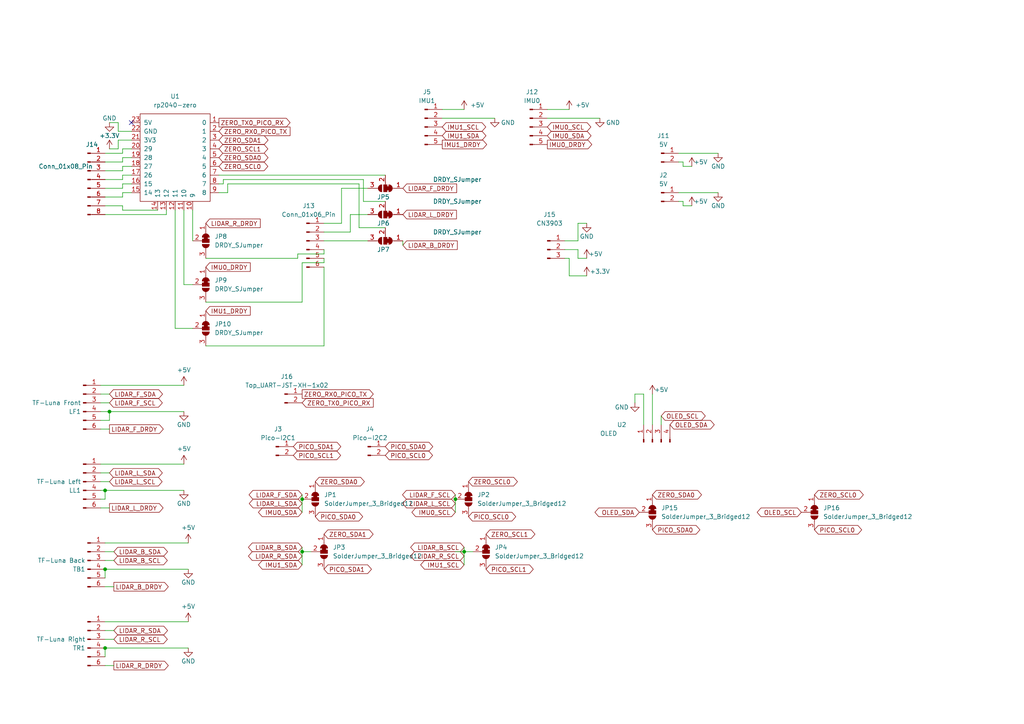
<source format=kicad_sch>
(kicad_sch (version 20230121) (generator eeschema)
  (paper "A4")
  (lib_symbols
    (symbol "Connector:Conn_01x02_Pin" (pin_names (offset 1.016) hide)
      (property "Reference" "J" (at 0 2.54 0))
      (property "Value" "Conn_01x02_Pin" (at 0 -5.08 0))
      (symbol "Conn_01x02_Pin_1_1"
        (polyline (pts (xy 1.27 -2.54) (xy 0.8636 -2.54)) (stroke (width 0.1524)))
        (polyline (pts (xy 1.27 0) (xy 0.8636 0)) (stroke (width 0.1524)))
        (rectangle (start 0.8636 -2.413) (end 0 -2.667) (stroke (width 0.1524)) (fill (type outline)))
        (rectangle (start 0.8636 0.127) (end 0 -0.127) (stroke (width 0.1524)) (fill (type outline)))
        (pin passive line (at 5.08 0 180) (length 3.81) (name "Pin_1") (number "1"))
        (pin passive line (at 5.08 -2.54 180) (length 3.81) (name "Pin_2") (number "2"))
      )
    )
    (symbol "Connector:Conn_01x03_Pin" (pin_names (offset 1.016) hide)
      (property "Reference" "J" (at 0 5.08 0))
      (property "Value" "Conn_01x03_Pin" (at 0 -5.08 0))
      (symbol "Conn_01x03_Pin_1_1"
        (polyline (pts (xy 1.27 -2.54) (xy 0.8636 -2.54)) (stroke (width 0.1524)))
        (polyline (pts (xy 1.27 0) (xy 0.8636 0)) (stroke (width 0.1524)))
        (polyline (pts (xy 1.27 2.54) (xy 0.8636 2.54)) (stroke (width 0.1524)))
        (rectangle (start 0.8636 -2.413) (end 0 -2.667) (stroke (width 0.1524)) (fill (type outline)))
        (rectangle (start 0.8636 0.127) (end 0 -0.127) (stroke (width 0.1524)) (fill (type outline)))
        (rectangle (start 0.8636 2.667) (end 0 2.413) (stroke (width 0.1524)) (fill (type outline)))
        (pin passive line (at 5.08 2.54 180) (length 3.81) (name "Pin_1") (number "1"))
        (pin passive line (at 5.08 0 180) (length 3.81) (name "Pin_2") (number "2"))
        (pin passive line (at 5.08 -2.54 180) (length 3.81) (name "Pin_3") (number "3"))
      )
    )
    (symbol "Connector:Conn_01x04_Pin" (pin_names (offset 1.016) hide)
      (property "Reference" "J" (at 0 5.08 0))
      (property "Value" "Conn_01x04_Pin" (at 0 -7.62 0))
      (symbol "Conn_01x04_Pin_1_1"
        (polyline (pts (xy 1.27 -5.08) (xy 0.8636 -5.08)) (stroke (width 0.1524)))
        (polyline (pts (xy 1.27 -2.54) (xy 0.8636 -2.54)) (stroke (width 0.1524)))
        (polyline (pts (xy 1.27 0) (xy 0.8636 0)) (stroke (width 0.1524)))
        (polyline (pts (xy 1.27 2.54) (xy 0.8636 2.54)) (stroke (width 0.1524)))
        (rectangle (start 0.8636 -4.953) (end 0 -5.207) (stroke (width 0.1524)) (fill (type outline)))
        (rectangle (start 0.8636 -2.413) (end 0 -2.667) (stroke (width 0.1524)) (fill (type outline)))
        (rectangle (start 0.8636 0.127) (end 0 -0.127) (stroke (width 0.1524)) (fill (type outline)))
        (rectangle (start 0.8636 2.667) (end 0 2.413) (stroke (width 0.1524)) (fill (type outline)))
        (pin passive line (at 5.08 2.54 180) (length 3.81) (name "Pin_1") (number "1"))
        (pin passive line (at 5.08 0 180) (length 3.81) (name "Pin_2") (number "2"))
        (pin passive line (at 5.08 -2.54 180) (length 3.81) (name "Pin_3") (number "3"))
        (pin passive line (at 5.08 -5.08 180) (length 3.81) (name "Pin_4") (number "4"))
      )
    )
    (symbol "Connector:Conn_01x05_Pin" (pin_names (offset 1.016) hide)
      (property "Reference" "J" (at 0 7.62 0))
      (property "Value" "Conn_01x05_Pin" (at 0 -7.62 0))
      (symbol "Conn_01x05_Pin_1_1"
        (polyline (pts (xy 1.27 -5.08) (xy 0.8636 -5.08)) (stroke (width 0.1524)))
        (polyline (pts (xy 1.27 -2.54) (xy 0.8636 -2.54)) (stroke (width 0.1524)))
        (polyline (pts (xy 1.27 0) (xy 0.8636 0)) (stroke (width 0.1524)))
        (polyline (pts (xy 1.27 2.54) (xy 0.8636 2.54)) (stroke (width 0.1524)))
        (polyline (pts (xy 1.27 5.08) (xy 0.8636 5.08)) (stroke (width 0.1524)))
        (rectangle (start 0.8636 -4.953) (end 0 -5.207) (stroke (width 0.1524)) (fill (type outline)))
        (rectangle (start 0.8636 -2.413) (end 0 -2.667) (stroke (width 0.1524)) (fill (type outline)))
        (rectangle (start 0.8636 0.127) (end 0 -0.127) (stroke (width 0.1524)) (fill (type outline)))
        (rectangle (start 0.8636 2.667) (end 0 2.413) (stroke (width 0.1524)) (fill (type outline)))
        (rectangle (start 0.8636 5.207) (end 0 4.953) (stroke (width 0.1524)) (fill (type outline)))
        (pin passive line (at 5.08 5.08 180) (length 3.81) (name "Pin_1") (number "1"))
        (pin passive line (at 5.08 2.54 180) (length 3.81) (name "Pin_2") (number "2"))
        (pin passive line (at 5.08 0 180) (length 3.81) (name "Pin_3") (number "3"))
        (pin passive line (at 5.08 -2.54 180) (length 3.81) (name "Pin_4") (number "4"))
        (pin passive line (at 5.08 -5.08 180) (length 3.81) (name "Pin_5") (number "5"))
      )
    )
    (symbol "Connector:Conn_01x06_Pin" (pin_names (offset 1.016) hide)
      (property "Reference" "J" (at 0 7.62 0))
      (property "Value" "Conn_01x06_Pin" (at 0 -10.16 0))
      (symbol "Conn_01x06_Pin_1_1"
        (polyline (pts (xy 1.27 -7.62) (xy 0.8636 -7.62)) (stroke (width 0.1524)))
        (polyline (pts (xy 1.27 -5.08) (xy 0.8636 -5.08)) (stroke (width 0.1524)))
        (polyline (pts (xy 1.27 -2.54) (xy 0.8636 -2.54)) (stroke (width 0.1524)))
        (polyline (pts (xy 1.27 0) (xy 0.8636 0)) (stroke (width 0.1524)))
        (polyline (pts (xy 1.27 2.54) (xy 0.8636 2.54)) (stroke (width 0.1524)))
        (polyline (pts (xy 1.27 5.08) (xy 0.8636 5.08)) (stroke (width 0.1524)))
        (rectangle (start 0.8636 -7.493) (end 0 -7.747) (stroke (width 0.1524)) (fill (type outline)))
        (rectangle (start 0.8636 -4.953) (end 0 -5.207) (stroke (width 0.1524)) (fill (type outline)))
        (rectangle (start 0.8636 -2.413) (end 0 -2.667) (stroke (width 0.1524)) (fill (type outline)))
        (rectangle (start 0.8636 0.127) (end 0 -0.127) (stroke (width 0.1524)) (fill (type outline)))
        (rectangle (start 0.8636 2.667) (end 0 2.413) (stroke (width 0.1524)) (fill (type outline)))
        (rectangle (start 0.8636 5.207) (end 0 4.953) (stroke (width 0.1524)) (fill (type outline)))
        (pin passive line (at 5.08 5.08 180) (length 3.81) (name "Pin_1") (number "1"))
        (pin passive line (at 5.08 2.54 180) (length 3.81) (name "Pin_2") (number "2"))
        (pin passive line (at 5.08 0 180) (length 3.81) (name "Pin_3") (number "3"))
        (pin passive line (at 5.08 -2.54 180) (length 3.81) (name "Pin_4") (number "4"))
        (pin passive line (at 5.08 -5.08 180) (length 3.81) (name "Pin_5") (number "5"))
        (pin passive line (at 5.08 -7.62 180) (length 3.81) (name "Pin_6") (number "6"))
      )
    )
    (symbol "Connector:Conn_01x08_Pin" (pin_names (offset 1.016) hide)
      (property "Reference" "J" (at 0 10.16 0))
      (property "Value" "Conn_01x08_Pin" (at 0 -12.7 0))
      (symbol "Conn_01x08_Pin_1_1"
        (polyline (pts (xy 1.27 -10.16) (xy 0.8636 -10.16)) (stroke (width 0.1524)))
        (polyline (pts (xy 1.27 -7.62) (xy 0.8636 -7.62)) (stroke (width 0.1524)))
        (polyline (pts (xy 1.27 -5.08) (xy 0.8636 -5.08)) (stroke (width 0.1524)))
        (polyline (pts (xy 1.27 -2.54) (xy 0.8636 -2.54)) (stroke (width 0.1524)))
        (polyline (pts (xy 1.27 0) (xy 0.8636 0)) (stroke (width 0.1524)))
        (polyline (pts (xy 1.27 2.54) (xy 0.8636 2.54)) (stroke (width 0.1524)))
        (polyline (pts (xy 1.27 5.08) (xy 0.8636 5.08)) (stroke (width 0.1524)))
        (polyline (pts (xy 1.27 7.62) (xy 0.8636 7.62)) (stroke (width 0.1524)))
        (rectangle (start 0.8636 -10.033) (end 0 -10.287) (stroke (width 0.1524)) (fill (type outline)))
        (rectangle (start 0.8636 -7.493) (end 0 -7.747) (stroke (width 0.1524)) (fill (type outline)))
        (rectangle (start 0.8636 -4.953) (end 0 -5.207) (stroke (width 0.1524)) (fill (type outline)))
        (rectangle (start 0.8636 -2.413) (end 0 -2.667) (stroke (width 0.1524)) (fill (type outline)))
        (rectangle (start 0.8636 0.127) (end 0 -0.127) (stroke (width 0.1524)) (fill (type outline)))
        (rectangle (start 0.8636 2.667) (end 0 2.413) (stroke (width 0.1524)) (fill (type outline)))
        (rectangle (start 0.8636 5.207) (end 0 4.953) (stroke (width 0.1524)) (fill (type outline)))
        (rectangle (start 0.8636 7.747) (end 0 7.493) (stroke (width 0.1524)) (fill (type outline)))
        (pin passive line (at 5.08 7.62 180) (length 3.81) (name "Pin_1") (number "1"))
        (pin passive line (at 5.08 5.08 180) (length 3.81) (name "Pin_2") (number "2"))
        (pin passive line (at 5.08 2.54 180) (length 3.81) (name "Pin_3") (number "3"))
        (pin passive line (at 5.08 0 180) (length 3.81) (name "Pin_4") (number "4"))
        (pin passive line (at 5.08 -2.54 180) (length 3.81) (name "Pin_5") (number "5"))
        (pin passive line (at 5.08 -5.08 180) (length 3.81) (name "Pin_6") (number "6"))
        (pin passive line (at 5.08 -7.62 180) (length 3.81) (name "Pin_7") (number "7"))
        (pin passive line (at 5.08 -10.16 180) (length 3.81) (name "Pin_8") (number "8"))
      )
    )
    (symbol "Jumper:SolderJumper_3_Bridged12" (pin_names (offset 0) hide)
      (property "Reference" "JP" (at -2.54 -2.54 0))
      (property "Value" "SolderJumper_3_Bridged12" (at 0 2.794 0))
      (symbol "SolderJumper_3_Bridged12_0_1"
        (rectangle (start -1.016 0.508) (end -0.508 -0.508) (fill (type outline)))
        (arc (start -1.016 1.016) (mid -2.0276 0) (end -1.016 -1.016))
        (arc (start -1.016 1.016) (mid -2.0276 0) (end -1.016 -1.016) (fill (type outline)))
        (rectangle (start -0.508 1.016) (end 0.508 -1.016) (fill (type outline)))
        (polyline (pts (xy -2.54 0) (xy -2.032 0)))
        (polyline (pts (xy -1.016 1.016) (xy -1.016 -1.016)))
        (polyline (pts (xy 0 -1.27) (xy 0 -1.016)))
        (polyline (pts (xy 1.016 1.016) (xy 1.016 -1.016)))
        (polyline (pts (xy 2.54 0) (xy 2.032 0)))
        (arc (start 1.016 -1.016) (mid 2.0276 0) (end 1.016 1.016))
        (arc (start 1.016 -1.016) (mid 2.0276 0) (end 1.016 1.016) (fill (type outline)))
      )
      (symbol "SolderJumper_3_Bridged12_1_1"
        (pin passive line (at -5.08 0 0) (length 2.54) (name "A") (number "1"))
        (pin passive line (at 0 -3.81 90) (length 2.54) (name "C") (number "2"))
        (pin passive line (at 5.08 0 180) (length 2.54) (name "B") (number "3"))
      )
    )
    (symbol "mcu:rp2040-zero" (pin_names (offset 1.016))
      (property "Reference" "U" (at 0 15.24 0))
      (property "Value" "rp2040-zero" (at 0 12.7 0))
      (symbol "rp2040-zero_0_1"
        (rectangle (start -10.16 11.43) (end 10.16 -13.97))
      )
      (symbol "rp2040-zero_1_1"
        (pin bidirectional line (at 12.7 8.89 180) (length 2.54) (name "0") (number "1"))
        (pin bidirectional line (at 5.08 -16.51 90) (length 2.54) (name "9") (number "10"))
        (pin bidirectional line (at 2.54 -16.51 90) (length 2.54) (name "10") (number "11"))
        (pin bidirectional line (at 0 -16.51 90) (length 2.54) (name "11") (number "12"))
        (pin bidirectional line (at -2.54 -16.51 90) (length 2.54) (name "12") (number "13"))
        (pin bidirectional line (at -5.08 -16.51 90) (length 2.54) (name "13") (number "14"))
        (pin bidirectional line (at -12.7 -11.43 0) (length 2.54) (name "14") (number "15"))
        (pin bidirectional line (at -12.7 -8.89 0) (length 2.54) (name "15") (number "16"))
        (pin bidirectional line (at -12.7 -6.35 0) (length 2.54) (name "26") (number "17"))
        (pin bidirectional line (at -12.7 -3.81 0) (length 2.54) (name "27") (number "18"))
        (pin bidirectional line (at -12.7 -1.27 0) (length 2.54) (name "28") (number "19"))
        (pin bidirectional line (at 12.7 6.35 180) (length 2.54) (name "1") (number "2"))
        (pin bidirectional line (at -12.7 1.27 0) (length 2.54) (name "29") (number "20"))
        (pin power_out line (at -12.7 3.81 0) (length 2.54) (name "3V3") (number "21"))
        (pin power_out line (at -12.7 6.35 0) (length 2.54) (name "GND") (number "22"))
        (pin power_out line (at -12.7 8.89 0) (length 2.54) (name "5V") (number "23"))
        (pin bidirectional line (at 12.7 3.81 180) (length 2.54) (name "2") (number "3"))
        (pin bidirectional line (at 12.7 1.27 180) (length 2.54) (name "3") (number "4"))
        (pin bidirectional line (at 12.7 -1.27 180) (length 2.54) (name "4") (number "5"))
        (pin bidirectional line (at 12.7 -3.81 180) (length 2.54) (name "5") (number "6"))
        (pin bidirectional line (at 12.7 -6.35 180) (length 2.54) (name "6") (number "7"))
        (pin bidirectional line (at 12.7 -8.89 180) (length 2.54) (name "7") (number "8"))
        (pin bidirectional line (at 12.7 -11.43 180) (length 2.54) (name "8") (number "9"))
      )
    )
    (symbol "power:+3.3V" (power) (pin_names (offset 0))
      (property "Value" "+3.3V" (at 0 3.556 0))
      (symbol "+3.3V_0_1"
        (polyline (pts (xy -0.762 1.27) (xy 0 2.54)))
        (polyline (pts (xy 0 0) (xy 0 2.54)))
        (polyline (pts (xy 0 2.54) (xy 0.762 1.27)))
      )
      (symbol "+3.3V_1_1"
        (pin power_in line (at 0 0 90) (length 0) hide (name "+3.3V") (number "1"))
      )
    )
    (symbol "power:+5V" (power) (pin_names (offset 0))
      (property "Value" "+5V" (at 0 3.556 0))
      (symbol "+5V_0_1"
        (polyline (pts (xy -0.762 1.27) (xy 0 2.54)))
        (polyline (pts (xy 0 0) (xy 0 2.54)))
        (polyline (pts (xy 0 2.54) (xy 0.762 1.27)))
      )
      (symbol "+5V_1_1"
        (pin power_in line (at 0 0 90) (length 0) hide (name "+5V") (number "1"))
      )
    )
    (symbol "power:GND" (power) (pin_names (offset 0))
      (property "Value" "GND" (at 0 -3.81 0))
      (symbol "GND_0_1"
        (polyline (pts (xy 0 0) (xy 0 -1.27) (xy 1.27 -1.27) (xy 0 -2.54) (xy -1.27 -1.27) (xy 0 -1.27)))
      )
      (symbol "GND_1_1"
        (pin power_in line (at 0 0 270) (length 0) hide (name "GND") (number "1"))
      )
    )
  )
  (junction (at 30.48 142.24))
  (junction (at 134.62 160.02))
  (junction (at 31.75 119.38))
  (junction (at 87.63 160.02))
  (junction (at 30.48 165.1))
  (junction (at 87.63 144.78))
  (junction (at 132.08 144.78))
  (junction (at 30.48 187.96))
  (no_connect (at 38.1 35.56))
  (wire (pts (xy 158.75 31.75) (xy 165.1 31.75)))
  (wire (pts (xy 34.29 40.64) (xy 38.1 40.64)))
  (wire (pts (xy 29.21 111.76) (xy 53.34 111.76)))
  (wire (pts (xy 184.15 116.84) (xy 184.15 114.3)))
  (wire (pts (xy 105.41 58.42) (xy 111.76 58.42)))
  (wire (pts (xy 30.48 144.78) (xy 30.48 142.24)))
  (wire (pts (xy 128.27 31.75) (xy 134.62 31.75)))
  (wire (pts (xy 30.48 54.61) (xy 35.56 54.61)))
  (wire (pts (xy 106.68 54.61) (xy 99.06 54.61)))
  (wire (pts (xy 93.98 73.66) (xy 93.98 72.39)))
  (wire (pts (xy 63.5 50.8) (xy 111.76 50.8)))
  (wire (pts (xy 35.56 57.15) (xy 30.48 57.15)))
  (wire (pts (xy 87.63 160.02) (xy 87.63 163.83)))
  (wire (pts (xy 30.48 62.23) (xy 48.26 62.23)))
  (wire (pts (xy 30.48 46.99) (xy 35.56 46.99)))
  (wire (pts (xy 38.1 50.8) (xy 35.56 50.8)))
  (wire (pts (xy 30.48 44.45) (xy 35.56 44.45)))
  (wire (pts (xy 196.85 44.45) (xy 208.28 44.45)))
  (wire (pts (xy 30.48 193.04) (xy 33.02 193.04)))
  (wire (pts (xy 191.77 120.65) (xy 191.77 123.19)))
  (wire (pts (xy 30.48 157.48) (xy 54.61 157.48)))
  (wire (pts (xy 134.62 158.75) (xy 134.62 160.02)))
  (wire (pts (xy 64.77 52.07) (xy 64.77 53.34)))
  (wire (pts (xy 35.56 43.18) (xy 38.1 43.18)))
  (wire (pts (xy 34.29 38.1) (xy 38.1 38.1)))
  (wire (pts (xy 35.56 45.72) (xy 35.56 46.99)))
  (wire (pts (xy 132.08 143.51) (xy 132.08 144.78)))
  (wire (pts (xy 30.48 49.53) (xy 35.56 49.53)))
  (wire (pts (xy 132.08 144.78) (xy 132.08 148.59)))
  (wire (pts (xy 87.63 87.63) (xy 87.63 76.2)))
  (wire (pts (xy 29.21 114.3) (xy 31.75 114.3)))
  (wire (pts (xy 50.8 95.25) (xy 55.88 95.25)))
  (wire (pts (xy 30.48 59.69) (xy 35.56 59.69)))
  (wire (pts (xy 29.21 137.16) (xy 31.75 137.16)))
  (wire (pts (xy 87.63 76.2) (xy 93.98 76.2)))
  (wire (pts (xy 137.16 160.02) (xy 134.62 160.02)))
  (wire (pts (xy 30.48 180.34) (xy 54.61 180.34)))
  (wire (pts (xy 35.56 44.45) (xy 35.56 43.18)))
  (wire (pts (xy 86.36 73.66) (xy 93.98 73.66)))
  (wire (pts (xy 104.14 53.34) (xy 104.14 66.04)))
  (wire (pts (xy 93.98 100.33) (xy 93.98 77.47)))
  (wire (pts (xy 30.48 167.64) (xy 30.48 165.1)))
  (wire (pts (xy 38.1 45.72) (xy 35.56 45.72)))
  (wire (pts (xy 64.77 53.34) (xy 63.5 53.34)))
  (wire (pts (xy 99.06 64.77) (xy 93.98 64.77)))
  (wire (pts (xy 30.48 187.96) (xy 54.61 187.96)))
  (wire (pts (xy 35.56 60.96) (xy 45.72 60.96)))
  (wire (pts (xy 128.27 34.29) (xy 143.51 34.29)))
  (wire (pts (xy 93.98 69.85) (xy 106.68 69.85)))
  (wire (pts (xy 66.04 53.34) (xy 104.14 53.34)))
  (wire (pts (xy 104.14 66.04) (xy 111.76 66.04)))
  (wire (pts (xy 90.17 160.02) (xy 87.63 160.02)))
  (wire (pts (xy 196.85 58.42) (xy 198.12 58.42)))
  (wire (pts (xy 31.75 119.38) (xy 53.34 119.38)))
  (wire (pts (xy 29.21 119.38) (xy 31.75 119.38)))
  (wire (pts (xy 198.12 48.26) (xy 200.66 48.26)))
  (wire (pts (xy 30.48 182.88) (xy 33.02 182.88)))
  (wire (pts (xy 87.63 158.75) (xy 87.63 160.02)))
  (wire (pts (xy 86.36 74.93) (xy 86.36 73.66)))
  (wire (pts (xy 59.69 74.93) (xy 86.36 74.93)))
  (wire (pts (xy 165.1 80.01) (xy 165.1 74.93)))
  (wire (pts (xy 48.26 60.96) (xy 48.26 62.23)))
  (wire (pts (xy 87.63 143.51) (xy 87.63 144.78)))
  (wire (pts (xy 101.6 67.31) (xy 93.98 67.31)))
  (wire (pts (xy 198.12 59.69) (xy 200.66 59.69)))
  (wire (pts (xy 29.21 144.78) (xy 30.48 144.78)))
  (wire (pts (xy 35.56 53.34) (xy 35.56 54.61)))
  (wire (pts (xy 34.29 35.56) (xy 34.29 38.1)))
  (wire (pts (xy 196.85 46.99) (xy 198.12 46.99)))
  (wire (pts (xy 55.88 60.96) (xy 55.88 69.85)))
  (wire (pts (xy 87.63 144.78) (xy 87.63 148.59)))
  (wire (pts (xy 99.06 54.61) (xy 99.06 64.77)))
  (wire (pts (xy 66.04 55.88) (xy 66.04 53.34)))
  (wire (pts (xy 167.64 74.93) (xy 167.64 72.39)))
  (wire (pts (xy 167.64 64.77) (xy 170.18 64.77)))
  (wire (pts (xy 64.77 52.07) (xy 105.41 52.07)))
  (wire (pts (xy 167.64 64.77) (xy 167.64 69.85)))
  (wire (pts (xy 167.64 74.93) (xy 170.18 74.93)))
  (wire (pts (xy 31.75 35.56) (xy 34.29 35.56)))
  (wire (pts (xy 30.48 162.56) (xy 33.02 162.56)))
  (wire (pts (xy 196.85 55.88) (xy 208.28 55.88)))
  (wire (pts (xy 31.75 43.18) (xy 34.29 43.18)))
  (wire (pts (xy 29.21 139.7) (xy 31.75 139.7)))
  (wire (pts (xy 35.56 59.69) (xy 35.56 60.96)))
  (wire (pts (xy 30.48 142.24) (xy 53.34 142.24)))
  (wire (pts (xy 165.1 74.93) (xy 163.83 74.93)))
  (wire (pts (xy 186.69 114.3) (xy 186.69 123.19)))
  (wire (pts (xy 35.56 55.88) (xy 35.56 57.15)))
  (wire (pts (xy 30.48 165.1) (xy 54.61 165.1)))
  (wire (pts (xy 31.75 121.92) (xy 31.75 119.38)))
  (wire (pts (xy 116.84 69.85) (xy 116.84 71.12)))
  (wire (pts (xy 38.1 53.34) (xy 35.56 53.34)))
  (wire (pts (xy 189.23 123.19) (xy 189.23 114.3)))
  (wire (pts (xy 30.48 170.18) (xy 33.02 170.18)))
  (wire (pts (xy 50.8 60.96) (xy 50.8 95.25)))
  (wire (pts (xy 30.48 187.96) (xy 30.48 190.5)))
  (wire (pts (xy 167.64 72.39) (xy 163.83 72.39)))
  (wire (pts (xy 165.1 80.01) (xy 170.18 80.01)))
  (wire (pts (xy 93.98 76.2) (xy 93.98 74.93)))
  (wire (pts (xy 53.34 60.96) (xy 53.34 82.55)))
  (wire (pts (xy 59.69 87.63) (xy 87.63 87.63)))
  (wire (pts (xy 29.21 116.84) (xy 31.75 116.84)))
  (wire (pts (xy 105.41 52.07) (xy 105.41 58.42)))
  (wire (pts (xy 29.21 121.92) (xy 31.75 121.92)))
  (wire (pts (xy 101.6 62.23) (xy 101.6 67.31)))
  (wire (pts (xy 29.21 147.32) (xy 31.75 147.32)))
  (wire (pts (xy 59.69 100.33) (xy 93.98 100.33)))
  (wire (pts (xy 106.68 62.23) (xy 101.6 62.23)))
  (wire (pts (xy 30.48 185.42) (xy 33.02 185.42)))
  (wire (pts (xy 38.1 48.26) (xy 35.56 48.26)))
  (wire (pts (xy 29.21 134.62) (xy 53.34 134.62)))
  (wire (pts (xy 29.21 124.46) (xy 31.75 124.46)))
  (wire (pts (xy 184.15 114.3) (xy 186.69 114.3)))
  (wire (pts (xy 35.56 48.26) (xy 35.56 49.53)))
  (wire (pts (xy 134.62 160.02) (xy 132.08 160.02)))
  (wire (pts (xy 198.12 46.99) (xy 198.12 48.26)))
  (wire (pts (xy 198.12 58.42) (xy 198.12 59.69)))
  (wire (pts (xy 35.56 55.88) (xy 38.1 55.88)))
  (wire (pts (xy 35.56 50.8) (xy 35.56 52.07)))
  (wire (pts (xy 29.21 142.24) (xy 30.48 142.24)))
  (wire (pts (xy 158.75 34.29) (xy 173.99 34.29)))
  (wire (pts (xy 34.29 43.18) (xy 34.29 40.64)))
  (wire (pts (xy 53.34 82.55) (xy 55.88 82.55)))
  (wire (pts (xy 167.64 69.85) (xy 163.83 69.85)))
  (wire (pts (xy 63.5 55.88) (xy 66.04 55.88)))
  (wire (pts (xy 134.62 160.02) (xy 134.62 163.83)))
  (wire (pts (xy 30.48 160.02) (xy 33.02 160.02)))
  (wire (pts (xy 30.48 52.07) (xy 35.56 52.07)))
  (global_label "OLED_SCL" (shape bidirectional) (at 232.41 148.59 180) (property "Intersheetrefs" "${INTERSHEET_REFS}" (effects hide)))
  (global_label "IMU1_SDA" (shape bidirectional) (at 128.27 39.37 0) (property "Intersheetrefs" "${INTERSHEET_REFS}" (effects hide)))
  (global_label "ZERO_TX0_PICO_RX" (shape output) (at 63.5 35.56 0) (property "Intersheetrefs" "${INTERSHEET_REFS}" (effects hide)))
  (global_label "LIDAR_F_DRDY" (shape input) (at 116.84 54.61 0) (property "Intersheetrefs" "${INTERSHEET_REFS}" (effects hide)))
  (global_label "LIDAR_L_SCL" (shape bidirectional) (at 31.75 139.7 0) (property "Intersheetrefs" "${INTERSHEET_REFS}" (effects hide)))
  (global_label "ZERO_SDA1" (shape bidirectional) (at 93.98 154.94 0) (property "Intersheetrefs" "${INTERSHEET_REFS}" (effects hide)))
  (global_label "ZERO_SDA0" (shape bidirectional) (at 63.5 45.72 0) (property "Intersheetrefs" "${INTERSHEET_REFS}" (effects hide)))
  (global_label "IMU0_SDA" (shape bidirectional) (at 158.75 39.37 0) (property "Intersheetrefs" "${INTERSHEET_REFS}" (effects hide)))
  (global_label "PICO_SCL0" (shape bidirectional) (at 236.22 153.67 0) (property "Intersheetrefs" "${INTERSHEET_REFS}" (effects hide)))
  (global_label "PICO_SDA0" (shape bidirectional) (at 189.23 153.67 0) (property "Intersheetrefs" "${INTERSHEET_REFS}" (effects hide)))
  (global_label "LIDAR_R_SDA" (shape bidirectional) (at 87.63 161.29 180) (property "Intersheetrefs" "${INTERSHEET_REFS}" (effects hide)))
  (global_label "LIDAR_B_DRDY" (shape input) (at 116.84 71.12 0) (property "Intersheetrefs" "${INTERSHEET_REFS}" (effects hide)))
  (global_label "LIDAR_F_DRDY" (shape output) (at 31.75 124.46 0) (property "Intersheetrefs" "${INTERSHEET_REFS}" (effects hide)))
  (global_label "IMU0_DRDY" (shape output) (at 158.75 41.91 0) (property "Intersheetrefs" "${INTERSHEET_REFS}" (effects hide)))
  (global_label "PICO_SDA0" (shape bidirectional) (at 111.76 129.54 0) (property "Intersheetrefs" "${INTERSHEET_REFS}" (effects hide)))
  (global_label "OLED_SDA" (shape bidirectional) (at 194.31 123.19 0) (property "Intersheetrefs" "${INTERSHEET_REFS}" (effects hide)))
  (global_label "IMU0_DRDY" (shape input) (at 59.69 77.47 0) (property "Intersheetrefs" "${INTERSHEET_REFS}" (effects hide)))
  (global_label "PICO_SDA1" (shape bidirectional) (at 85.09 129.54 0) (property "Intersheetrefs" "${INTERSHEET_REFS}" (effects hide)))
  (global_label "LIDAR_B_DRDY" (shape output) (at 33.02 170.18 0) (property "Intersheetrefs" "${INTERSHEET_REFS}" (effects hide)))
  (global_label "ZERO_SDA1" (shape bidirectional) (at 63.5 40.64 0) (property "Intersheetrefs" "${INTERSHEET_REFS}" (effects hide)))
  (global_label "LIDAR_R_DRDY" (shape input) (at 59.69 64.77 0) (property "Intersheetrefs" "${INTERSHEET_REFS}" (effects hide)))
  (global_label "LIDAR_R_SDA" (shape bidirectional) (at 33.02 182.88 0) (property "Intersheetrefs" "${INTERSHEET_REFS}" (effects hide)))
  (global_label "PICO_SCL1" (shape bidirectional) (at 85.09 132.08 0) (property "Intersheetrefs" "${INTERSHEET_REFS}" (effects hide)))
  (global_label "IMU1_SDA" (shape bidirectional) (at 87.63 163.83 180) (property "Intersheetrefs" "${INTERSHEET_REFS}" (effects hide)))
  (global_label "LIDAR_R_DRDY" (shape output) (at 33.02 193.04 0) (property "Intersheetrefs" "${INTERSHEET_REFS}" (effects hide)))
  (global_label "ZERO_SCL0" (shape bidirectional) (at 236.22 143.51 0) (property "Intersheetrefs" "${INTERSHEET_REFS}" (effects hide)))
  (global_label "LIDAR_R_SCL" (shape bidirectional) (at 33.02 185.42 0) (property "Intersheetrefs" "${INTERSHEET_REFS}" (effects hide)))
  (global_label "LIDAR_F_SCL" (shape bidirectional) (at 31.75 116.84 0) (property "Intersheetrefs" "${INTERSHEET_REFS}" (effects hide)))
  (global_label "IMU0_SDA" (shape bidirectional) (at 87.63 148.59 180) (property "Intersheetrefs" "${INTERSHEET_REFS}" (effects hide)))
  (global_label "IMU0_SCL" (shape bidirectional) (at 132.08 148.59 180) (property "Intersheetrefs" "${INTERSHEET_REFS}" (effects hide)))
  (global_label "LIDAR_L_DRDY" (shape output) (at 31.75 147.32 0) (property "Intersheetrefs" "${INTERSHEET_REFS}" (effects hide)))
  (global_label "ZERO_SCL0" (shape bidirectional) (at 135.89 139.7 0) (property "Intersheetrefs" "${INTERSHEET_REFS}" (effects hide)))
  (global_label "LIDAR_L_SDA" (shape bidirectional) (at 87.63 146.05 180) (property "Intersheetrefs" "${INTERSHEET_REFS}" (effects hide)))
  (global_label "LIDAR_L_DRDY" (shape input) (at 116.84 62.23 0) (property "Intersheetrefs" "${INTERSHEET_REFS}" (effects hide)))
  (global_label "LIDAR_F_SDA" (shape bidirectional) (at 31.75 114.3 0) (property "Intersheetrefs" "${INTERSHEET_REFS}" (effects hide)))
  (global_label "PICO_SDA0" (shape bidirectional) (at 91.44 149.86 0) (property "Intersheetrefs" "${INTERSHEET_REFS}" (effects hide)))
  (global_label "PICO_SCL1" (shape bidirectional) (at 140.97 165.1 0) (property "Intersheetrefs" "${INTERSHEET_REFS}" (effects hide)))
  (global_label "ZERO_RX0_PICO_TX" (shape output) (at 87.63 114.3 0) (property "Intersheetrefs" "${INTERSHEET_REFS}" (effects hide)))
  (global_label "ZERO_TX0_PICO_RX" (shape input) (at 87.63 116.84 0) (property "Intersheetrefs" "${INTERSHEET_REFS}" (effects hide)))
  (global_label "IMU1_DRDY" (shape input) (at 59.69 90.17 0) (property "Intersheetrefs" "${INTERSHEET_REFS}" (effects hide)))
  (global_label "LIDAR_L_SCL" (shape bidirectional) (at 132.08 146.05 180) (property "Intersheetrefs" "${INTERSHEET_REFS}" (effects hide)))
  (global_label "ZERO_SCL1" (shape bidirectional) (at 140.97 154.94 0) (property "Intersheetrefs" "${INTERSHEET_REFS}" (effects hide)))
  (global_label "LIDAR_F_SDA" (shape bidirectional) (at 87.63 143.51 180) (property "Intersheetrefs" "${INTERSHEET_REFS}" (effects hide)))
  (global_label "LIDAR_R_SCL" (shape bidirectional) (at 134.62 161.29 180) (property "Intersheetrefs" "${INTERSHEET_REFS}" (effects hide)))
  (global_label "OLED_SCL" (shape bidirectional) (at 191.77 120.65 0) (property "Intersheetrefs" "${INTERSHEET_REFS}" (effects hide)))
  (global_label "LIDAR_B_SCL" (shape bidirectional) (at 134.62 158.75 180) (property "Intersheetrefs" "${INTERSHEET_REFS}" (effects hide)))
  (global_label "LIDAR_L_SDA" (shape bidirectional) (at 31.75 137.16 0) (property "Intersheetrefs" "${INTERSHEET_REFS}" (effects hide)))
  (global_label "LIDAR_B_SDA" (shape bidirectional) (at 87.63 158.75 180) (property "Intersheetrefs" "${INTERSHEET_REFS}" (effects hide)))
  (global_label "OLED_SDA" (shape bidirectional) (at 185.42 148.59 180) (property "Intersheetrefs" "${INTERSHEET_REFS}" (effects hide)))
  (global_label "LIDAR_B_SCL" (shape bidirectional) (at 33.02 162.56 0) (property "Intersheetrefs" "${INTERSHEET_REFS}" (effects hide)))
  (global_label "ZERO_SCL1" (shape bidirectional) (at 63.5 43.18 0) (property "Intersheetrefs" "${INTERSHEET_REFS}" (effects hide)))
  (global_label "IMU1_DRDY" (shape output) (at 128.27 41.91 0) (property "Intersheetrefs" "${INTERSHEET_REFS}" (effects hide)))
  (global_label "PICO_SDA1" (shape bidirectional) (at 93.98 165.1 0) (property "Intersheetrefs" "${INTERSHEET_REFS}" (effects hide)))
  (global_label "IMU1_SCL" (shape bidirectional) (at 128.27 36.83 0) (property "Intersheetrefs" "${INTERSHEET_REFS}" (effects hide)))
  (global_label "ZERO_SDA0" (shape bidirectional) (at 91.44 139.7 0) (property "Intersheetrefs" "${INTERSHEET_REFS}" (effects hide)))
  (global_label "PICO_SCL0" (shape bidirectional) (at 135.89 149.86 0) (property "Intersheetrefs" "${INTERSHEET_REFS}" (effects hide)))
  (global_label "ZERO_SCL0" (shape bidirectional) (at 63.5 48.26 0) (property "Intersheetrefs" "${INTERSHEET_REFS}" (effects hide)))
  (global_label "ZERO_SDA0" (shape bidirectional) (at 189.23 143.51 0) (property "Intersheetrefs" "${INTERSHEET_REFS}" (effects hide)))
  (global_label "PICO_SCL0" (shape bidirectional) (at 111.76 132.08 0) (property "Intersheetrefs" "${INTERSHEET_REFS}" (effects hide)))
  (global_label "ZERO_RX0_PICO_TX" (shape input) (at 63.5 38.1 0) (property "Intersheetrefs" "${INTERSHEET_REFS}" (effects hide)))
  (global_label "IMU1_SCL" (shape bidirectional) (at 134.62 163.83 180) (property "Intersheetrefs" "${INTERSHEET_REFS}" (effects hide)))
  (global_label "IMU0_SCL" (shape bidirectional) (at 158.75 36.83 0) (property "Intersheetrefs" "${INTERSHEET_REFS}" (effects hide)))
  (global_label "LIDAR_F_SCL" (shape bidirectional) (at 132.08 143.51 180) (property "Intersheetrefs" "${INTERSHEET_REFS}" (effects hide)))
  (global_label "LIDAR_B_SDA" (shape bidirectional) (at 33.02 160.02 0) (property "Intersheetrefs" "${INTERSHEET_REFS}" (effects hide)))
  (symbol (lib_id "power:GND") (at 53.34 119.38 0) (unit 1)
    (property "Reference" "#PWR010" (effects hide))
    (property "Value" "GND" (at 53.34 123.19 0))
  )
  (symbol (lib_id "Connector:Conn_01x06_Pin") (at 24.13 139.7 0) (unit 1)
    (property "Reference" "LL1" (at 23.495 142.24 0) (effects (justify right)))
    (property "Value" "TF-Luna Left" (at 23.495 139.7 0) (effects (justify right)))
    (property "Footprint" "Connector_JST:JST_XH_B6B-XH-A_1x06_P2.50mm_Vertical" (effects hide))
  )
  (symbol (lib_id "power:+5V") (at 134.62 31.75 0) (unit 1)
    (property "Reference" "#PWR013" (effects hide))
    (property "Value" "+5V" (at 138.43 30.48 0))
  )
  (symbol (lib_id "Connector:Conn_01x06_Pin") (at 24.13 116.84 0) (unit 1)
    (property "Reference" "LF1" (at 23.495 119.38 0) (effects (justify right)))
    (property "Value" "TF-Luna Front" (at 23.495 116.84 0) (effects (justify right)))
    (property "Footprint" "Connector_JST:JST_XH_B6B-XH-A_1x06_P2.50mm_Vertical" (effects hide))
  )
  (symbol (lib_id "power:+3.3V") (at 170.18 80.01 0) (unit 1)
    (property "Reference" "#PWR04" (effects hide))
    (property "Value" "+3.3V" (at 173.99 78.74 0))
  )
  (symbol (lib_id "power:+5V") (at 170.18 74.93 0) (unit 1)
    (property "Reference" "#PWR023" (effects hide))
    (property "Value" "+5V" (at 172.72 73.66 0))
  )
  (symbol (lib_id "Connector:Conn_01x02_Pin") (at 191.77 55.88 0) (unit 1)
    (property "Reference" "J2" (at 192.405 50.8 0))
    (property "Value" "5V" (at 192.405 53.34 0))
    (property "Footprint" "Connector_JST:JST_XH_B2B-XH-A_1x02_P2.50mm_Vertical" (effects hide))
  )
  (symbol (lib_id "power:GND") (at 53.34 142.24 0) (unit 1)
    (property "Reference" "#PWR08" (effects hide))
    (property "Value" "GND" (at 53.34 146.05 0))
  )
  (symbol (lib_id "Connector:Conn_01x06_Pin") (at 88.9 69.85 0) (unit 1)
    (property "Reference" "J13" (at 89.535 59.69 0))
    (property "Value" "Conn_01x06_Pin" (at 89.535 62.23 0))
    (property "Footprint" "Connector_PinHeader_2.54mm:PinHeader_1x06_P2.54mm_Vertical" (effects hide))
  )
  (symbol (lib_id "Connector:Conn_01x05_Pin") (at 123.19 36.83 0) (unit 1)
    (property "Reference" "J5" (at 123.825 26.67 0))
    (property "Value" "IMU1" (at 123.825 29.21 0))
    (property "Footprint" "Connector_JST:JST_XH_B5B-XH-A_1x05_P2.50mm_Vertical" (effects hide))
  )
  (symbol (lib_id "Connector:Conn_01x05_Pin") (at 153.67 36.83 0) (unit 1)
    (property "Reference" "J12" (at 154.305 26.67 0))
    (property "Value" "IMU0" (at 154.305 29.21 0))
    (property "Footprint" "Connector_JST:JST_XH_B5B-XH-A_1x05_P2.50mm_Vertical" (effects hide))
  )
  (symbol (lib_id "Jumper:SolderJumper_3_Bridged12") (at 111.76 69.85 180) (unit 1)
    (property "Reference" "JP7" (at 113.03 72.39 0) (effects (justify left)))
    (property "Value" "DRDY_SJumper" (at 139.7 67.31 0) (effects (justify left)))
    (property "Footprint" "Jumper:SolderJumper-3_P1.3mm_Bridged2Bar12_RoundedPad1.0x1.5mm_NumberLabels" (effects hide))
  )
  (symbol (lib_id "Jumper:SolderJumper_3_Bridged12") (at 59.69 82.55 270) (unit 1)
    (property "Reference" "JP9" (at 62.23 81.28 90) (effects (justify left)))
    (property "Value" "DRDY_SJumper" (at 62.23 83.82 90) (effects (justify left)))
    (property "Footprint" "Jumper:SolderJumper-3_P1.3mm_Bridged2Bar12_RoundedPad1.0x1.5mm_NumberLabels" (effects hide))
  )
  (symbol (lib_id "Connector:Conn_01x02_Pin") (at 80.01 129.54 0) (unit 1)
    (property "Reference" "J3" (at 80.645 124.46 0))
    (property "Value" "Pico-I2C1" (at 80.645 127 0))
    (property "Footprint" "Connector_JST:JST_XH_B2B-XH-A_1x02_P2.50mm_Vertical" (effects hide))
  )
  (symbol (lib_id "Connector:Conn_01x02_Pin") (at 82.55 114.3 0) (unit 1)
    (property "Reference" "J16" (at 83.185 109.22 0))
    (property "Value" "Top_UART-JST-XH-1x02" (at 83.185 111.76 0))
    (property "Footprint" "Connector_JST:JST_XH_B2B-XH-A_1x02_P2.50mm_Vertical" (effects hide))
  )
  (symbol (lib_id "power:+5V") (at 54.61 157.48 0) (unit 1)
    (property "Reference" "#PWR05" (effects hide))
    (property "Value" "+5V" (at 54.61 153.035 0))
  )
  (symbol (lib_id "power:GND") (at 31.75 35.56 0) (unit 1)
    (property "Reference" "#PWR018" (effects hide))
    (property "Value" "GND" (at 31.75 34.29 0))
  )
  (symbol (lib_id "power:GND") (at 170.18 64.77 0) (unit 1)
    (property "Reference" "#PWR03" (effects hide))
    (property "Value" "GND" (at 170.18 68.58 0))
  )
  (symbol (lib_id "power:+3.3V") (at 31.75 43.18 0) (unit 1)
    (property "Reference" "#PWR017" (effects hide))
    (property "Value" "+3.3V" (at 31.75 39.37 0))
  )
  (symbol (lib_id "Connector:Conn_01x06_Pin") (at 25.4 185.42 0) (unit 1)
    (property "Reference" "TR1" (at 24.765 187.96 0) (effects (justify right)))
    (property "Value" "TF-Luna Right" (at 24.765 185.42 0) (effects (justify right)))
    (property "Footprint" "Connector_JST:JST_XH_B6B-XH-A_1x06_P2.50mm_Vertical" (effects hide))
  )
  (symbol (lib_id "Jumper:SolderJumper_3_Bridged12") (at 111.76 54.61 180) (unit 1)
    (property "Reference" "JP5" (at 113.03 57.15 0) (effects (justify left)))
    (property "Value" "DRDY_SJumper" (at 139.7 52.07 0) (effects (justify left)))
    (property "Footprint" "Jumper:SolderJumper-3_P1.3mm_Bridged2Bar12_RoundedPad1.0x1.5mm_NumberLabels" (effects hide))
  )
  (symbol (lib_id "power:+5V") (at 165.1 31.75 0) (unit 1)
    (property "Reference" "#PWR01" (effects hide))
    (property "Value" "+5V" (at 168.91 30.48 0))
  )
  (symbol (lib_id "Jumper:SolderJumper_3_Bridged12") (at 140.97 160.02 270) (unit 1)
    (property "Reference" "JP4" (at 143.51 158.75 90) (effects (justify left)))
    (property "Value" "SolderJumper_3_Bridged12" (at 143.51 161.29 90) (effects (justify left)))
    (property "Footprint" "Jumper:SolderJumper-3_P1.3mm_Bridged2Bar12_RoundedPad1.0x1.5mm_NumberLabels" (effects hide))
  )
  (symbol (lib_id "Jumper:SolderJumper_3_Bridged12") (at 236.22 148.59 270) (unit 1)
    (property "Reference" "JP16" (at 238.76 147.32 90) (effects (justify left)))
    (property "Value" "SolderJumper_3_Bridged12" (at 238.76 149.86 90) (effects (justify left)))
    (property "Footprint" "Jumper:SolderJumper-3_P1.3mm_Bridged2Bar12_RoundedPad1.0x1.5mm_NumberLabels" (effects hide))
  )
  (symbol (lib_id "power:+5V") (at 200.66 59.69 0) (unit 1)
    (property "Reference" "#PWR024" (effects hide))
    (property "Value" "+5V" (at 203.2 58.42 0))
  )
  (symbol (lib_id "power:+5V") (at 53.34 134.62 0) (unit 1)
    (property "Reference" "#PWR07" (effects hide))
    (property "Value" "+5V" (at 53.34 130.175 0))
  )
  (symbol (lib_id "Jumper:SolderJumper_3_Bridged12") (at 59.69 69.85 270) (unit 1)
    (property "Reference" "JP8" (at 62.23 68.58 90) (effects (justify left)))
    (property "Value" "DRDY_SJumper" (at 62.23 71.12 90) (effects (justify left)))
    (property "Footprint" "Jumper:SolderJumper-3_P1.3mm_Bridged2Bar12_RoundedPad1.0x1.5mm_NumberLabels" (effects hide))
  )
  (symbol (lib_id "power:GND") (at 184.15 116.84 0) (unit 1)
    (property "Reference" "#PWR015" (effects hide))
    (property "Value" "GND" (at 180.34 118.11 0))
  )
  (symbol (lib_id "power:GND") (at 173.99 34.29 0) (unit 1)
    (property "Reference" "#PWR02" (effects hide))
    (property "Value" "GND" (at 177.8 35.56 0))
  )
  (symbol (lib_id "power:GND") (at 208.28 44.45 0) (unit 1)
    (property "Reference" "#PWR022" (effects hide))
    (property "Value" "GND" (at 208.28 48.26 0))
  )
  (symbol (lib_id "power:GND") (at 208.28 55.88 0) (unit 1)
    (property "Reference" "#PWR025" (effects hide))
    (property "Value" "GND" (at 208.28 59.69 0))
  )
  (symbol (lib_id "Jumper:SolderJumper_3_Bridged12") (at 111.76 62.23 180) (unit 1)
    (property "Reference" "JP6" (at 113.03 64.77 0) (effects (justify left)))
    (property "Value" "DRDY_SJumper" (at 139.7 58.42 0) (effects (justify left)))
    (property "Footprint" "Jumper:SolderJumper-3_P1.3mm_Bridged2Bar12_RoundedPad1.0x1.5mm_NumberLabels" (effects hide))
  )
  (symbol (lib_id "power:+5V") (at 200.66 48.26 0) (unit 1)
    (property "Reference" "#PWR021" (effects hide))
    (property "Value" "+5V" (at 203.2 46.99 0))
  )
  (symbol (lib_id "Connector:Conn_01x08_Pin") (at 25.4 52.07 0) (unit 1)
    (property "Reference" "J14" (at 26.67 41.91 0))
    (property "Value" "Conn_01x08_Pin" (at 19.05 48.26 0))
    (property "Footprint" "Connector_PinHeader_2.54mm:PinHeader_1x08_P2.54mm_Vertical" (effects hide))
  )
  (symbol (lib_id "Jumper:SolderJumper_3_Bridged12") (at 59.69 95.25 270) (unit 1)
    (property "Reference" "JP10" (at 62.23 93.98 90) (effects (justify left)))
    (property "Value" "DRDY_SJumper" (at 62.23 96.52 90) (effects (justify left)))
    (property "Footprint" "Jumper:SolderJumper-3_P1.3mm_Bridged2Bar12_RoundedPad1.0x1.5mm_NumberLabels" (effects hide))
  )
  (symbol (lib_id "power:+5V") (at 54.61 180.34 0) (unit 1)
    (property "Reference" "#PWR019" (effects hide))
    (property "Value" "+5V" (at 54.61 175.895 0))
  )
  (symbol (lib_id "Jumper:SolderJumper_3_Bridged12") (at 91.44 144.78 270) (unit 1)
    (property "Reference" "JP1" (at 93.98 143.51 90) (effects (justify left)))
    (property "Value" "SolderJumper_3_Bridged12" (at 93.98 146.05 90) (effects (justify left)))
    (property "Footprint" "Jumper:SolderJumper-3_P1.3mm_Bridged2Bar12_RoundedPad1.0x1.5mm_NumberLabels" (effects hide))
  )
  (symbol (lib_id "mcu:rp2040-zero") (at 50.8 44.45 0) (unit 1)
    (property "Reference" "U1" (at 50.8 27.94 0))
    (property "Value" "rp2040-zero" (at 50.8 30.48 0))
    (property "Footprint" "RCJ-components:rp2040-zero-tht-pads" (effects hide))
  )
  (symbol (lib_id "Connector:Conn_01x03_Pin") (at 158.75 72.39 0) (unit 1)
    (property "Reference" "J15" (at 159.385 62.23 0))
    (property "Value" "CN3903" (at 159.385 64.77 0))
    (property "Footprint" "RCJ-components:CN3903" (effects hide))
  )
  (symbol (lib_id "Connector:Conn_01x02_Pin") (at 106.68 129.54 0) (unit 1)
    (property "Reference" "J4" (at 107.315 124.46 0))
    (property "Value" "Pico-I2C2" (at 107.315 127 0))
    (property "Footprint" "Connector_JST:JST_XH_B2B-XH-A_1x02_P2.50mm_Vertical" (effects hide))
  )
  (symbol (lib_id "power:GND") (at 143.51 34.29 0) (unit 1)
    (property "Reference" "#PWR014" (effects hide))
    (property "Value" "GND" (at 147.32 35.56 0))
  )
  (symbol (lib_id "Connector:Conn_01x04_Pin") (at 189.23 128.27 90) (unit 1)
    (property "Reference" "U2" (at 180.34 123.19 90))
    (property "Value" "OLED" (at 176.53 125.73 90))
    (property "Footprint" "Connector_PinHeader_2.54mm:PinHeader_1x04_P2.54mm_Vertical" (effects hide))
  )
  (symbol (lib_id "Jumper:SolderJumper_3_Bridged12") (at 135.89 144.78 270) (unit 1)
    (property "Reference" "JP2" (at 138.43 143.51 90) (effects (justify left)))
    (property "Value" "SolderJumper_3_Bridged12" (at 138.43 146.05 90) (effects (justify left)))
    (property "Footprint" "Jumper:SolderJumper-3_P1.3mm_Bridged2Bar12_RoundedPad1.0x1.5mm_NumberLabels" (effects hide))
  )
  (symbol (lib_id "Jumper:SolderJumper_3_Bridged12") (at 93.98 160.02 270) (unit 1)
    (property "Reference" "JP3" (at 96.52 158.75 90) (effects (justify left)))
    (property "Value" "SolderJumper_3_Bridged12" (at 96.52 161.29 90) (effects (justify left)))
    (property "Footprint" "Jumper:SolderJumper-3_P1.3mm_Bridged2Bar12_RoundedPad1.0x1.5mm_NumberLabels" (effects hide))
  )
  (symbol (lib_id "power:+5V") (at 53.34 111.76 0) (unit 1)
    (property "Reference" "#PWR09" (effects hide))
    (property "Value" "+5V" (at 53.34 107.315 0))
  )
  (symbol (lib_id "power:GND") (at 54.61 165.1 0) (unit 1)
    (property "Reference" "#PWR06" (effects hide))
    (property "Value" "GND" (at 54.61 168.91 0))
  )
  (symbol (lib_id "power:GND") (at 54.61 187.96 0) (unit 1)
    (property "Reference" "#PWR020" (effects hide))
    (property "Value" "GND" (at 54.61 191.77 0))
  )
  (symbol (lib_id "power:+5V") (at 189.23 114.3 0) (unit 1)
    (property "Reference" "#PWR016" (effects hide))
    (property "Value" "+5V" (at 191.77 113.03 0))
  )
  (symbol (lib_id "Connector:Conn_01x02_Pin") (at 191.77 44.45 0) (unit 1)
    (property "Reference" "J11" (at 192.405 39.37 0))
    (property "Value" "5V" (at 192.405 41.91 0))
    (property "Footprint" "Connector_JST:JST_XH_B2B-XH-A_1x02_P2.50mm_Vertical" (effects hide))
  )
  (symbol (lib_id "Jumper:SolderJumper_3_Bridged12") (at 189.23 148.59 270) (unit 1)
    (property "Reference" "JP15" (at 191.77 147.32 90) (effects (justify left)))
    (property "Value" "SolderJumper_3_Bridged12" (at 191.77 149.86 90) (effects (justify left)))
    (property "Footprint" "Jumper:SolderJumper-3_P1.3mm_Bridged2Bar12_RoundedPad1.0x1.5mm_NumberLabels" (effects hide))
  )
  (symbol (lib_id "Connector:Conn_01x06_Pin") (at 25.4 162.56 0) (unit 1)
    (property "Reference" "TB1" (at 24.765 165.1 0) (effects (justify right)))
    (property "Value" "TF-Luna Back" (at 24.765 162.56 0) (effects (justify right)))
    (property "Footprint" "Connector_JST:JST_XH_B6B-XH-A_1x06_P2.50mm_Vertical" (effects hide))
  )
)
</source>
